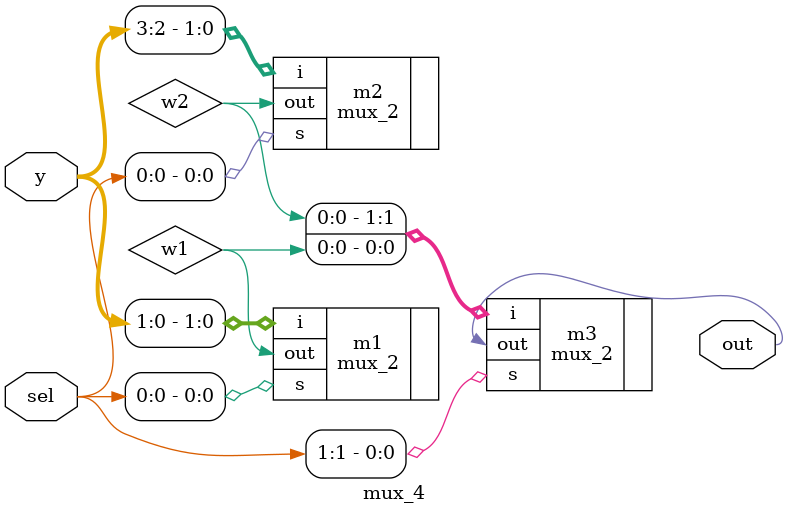
<source format=v>
module mux_4(input [3:0] y,
             input  [1:0] sel,
             output out);

wire w1,w2;

mux_2 m1(.i(y[1:0]),.s(sel[0]),.out(w1));
mux_2 m2(.i(y[3:2]),.s(sel[0]),.out(w2));
mux_2 m3(.i({w2,w1}),.s(sel[1]),.out(out));

endmodule









</source>
